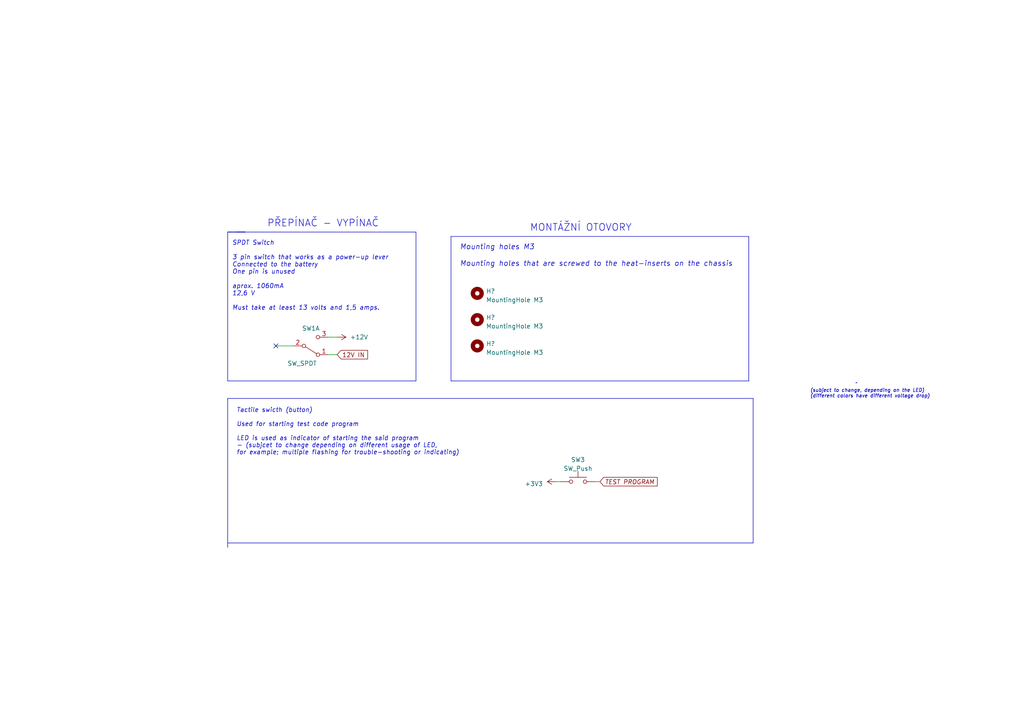
<source format=kicad_sch>
(kicad_sch (version 20230121) (generator eeschema)
  (paper "A4")
  (lib_symbols
    (symbol "Mechanical:MountingHole" (pin_names (offset 1.016))
      (property "Reference" "H" (at 0 5.08 0))
      (property "Value" "MountingHole" (at 0 3.175 0))
      (symbol "MountingHole_0_1"
        (circle (center 0 0) (radius 1.27) (stroke (width 1.27)))
      )
    )
    (symbol "Switch:SW_DPDT_x2" (pin_names (offset 0) hide)
      (property "Reference" "SW" (at 0 4.318 0))
      (property "Value" "SW_DPDT_x2" (at 0 -5.08 0))
      (symbol "SW_DPDT_x2_0_0"
        (circle (center -2.032 0) (radius 0.508))
        (circle (center 2.032 -2.54) (radius 0.508))
      )
      (symbol "SW_DPDT_x2_0_1"
        (polyline (pts (xy -1.524 0.254) (xy 1.651 2.286)))
        (circle (center 2.032 2.54) (radius 0.508))
      )
      (symbol "SW_DPDT_x2_1_1"
        (pin passive line (at 5.08 2.54 180) (length 2.54) (name "A") (number "1"))
        (pin passive line (at -5.08 0 0) (length 2.54) (name "B") (number "2"))
        (pin passive line (at 5.08 -2.54 180) (length 2.54) (name "C") (number "3"))
      )
      (symbol "SW_DPDT_x2_2_1"
        (pin passive line (at 5.08 2.54 180) (length 2.54) (name "A") (number "4"))
        (pin passive line (at -5.08 0 0) (length 2.54) (name "B") (number "5"))
        (pin passive line (at 5.08 -2.54 180) (length 2.54) (name "C") (number "6"))
      )
    )
    (symbol "Switch:SW_Push" (pin_numbers hide) (pin_names (offset 1.016) hide)
      (property "Reference" "SW" (at 1.27 2.54 0))
      (property "Value" "SW_Push" (at 0 -1.524 0))
      (symbol "SW_Push_0_1"
        (circle (center -2.032 0) (radius 0.508))
        (polyline (pts (xy 0 1.27) (xy 0 3.048)))
        (polyline (pts (xy 2.54 1.27) (xy -2.54 1.27)))
        (circle (center 2.032 0) (radius 0.508))
        (pin passive line (at -5.08 0 0) (length 2.54) (name "1") (number "1"))
        (pin passive line (at 5.08 0 180) (length 2.54) (name "2") (number "2"))
      )
    )
    (symbol "power:+12V" (power) (pin_names (offset 0))
      (property "Value" "+12V" (at 0 3.556 0))
      (symbol "+12V_0_1"
        (polyline (pts (xy -0.762 1.27) (xy 0 2.54)))
        (polyline (pts (xy 0 0) (xy 0 2.54)))
        (polyline (pts (xy 0 2.54) (xy 0.762 1.27)))
      )
      (symbol "+12V_1_1"
        (pin power_in line (at 0 0 90) (length 0) hide (name "+12V") (number "1"))
      )
    )
    (symbol "power:+3V3" (power) (pin_names (offset 0))
      (property "Value" "+3V3" (at 0 3.556 0))
      (symbol "+3V3_0_1"
        (polyline (pts (xy -0.762 1.27) (xy 0 2.54)))
        (polyline (pts (xy 0 0) (xy 0 2.54)))
        (polyline (pts (xy 0 2.54) (xy 0.762 1.27)))
      )
      (symbol "+3V3_1_1"
        (pin power_in line (at 0 0 90) (length 0) hide (name "+3V3") (number "1"))
      )
    )
  )
  (no_connect (at 80.01 100.33))
  (wire (pts (xy 80.01 100.33) (xy 85.09 100.33)))
  (polyline (pts (xy 66.04 115.57) (xy 218.44 115.57)))
  (polyline (pts (xy 120.65 110.49) (xy 66.04 110.49)))
  (polyline (pts (xy 217.17 68.58) (xy 217.17 110.49)))
  (polyline (pts (xy 66.04 110.49) (xy 66.04 67.31)))
  (polyline (pts (xy 130.81 110.49) (xy 130.81 68.58)))
  (wire (pts (xy 161.29 139.7) (xy 162.56 139.7)))
  (polyline (pts (xy 71.12 67.31) (xy 66.04 67.31)))
  (polyline (pts (xy 66.04 67.31) (xy 71.12 67.31)))
  (polyline (pts (xy 130.81 68.58) (xy 217.17 68.58)))
  (wire (pts (xy 172.72 139.7) (xy 173.99 139.7)))
  (wire (pts (xy 95.25 102.87) (xy 97.79 102.87)))
  (polyline (pts (xy 120.65 67.31) (xy 120.65 110.49)))
  (polyline (pts (xy 218.44 115.57) (xy 218.44 157.48)))
  (polyline (pts (xy 66.04 157.48) (xy 218.44 157.48)))
  (polyline (pts (xy 130.81 110.49) (xy 217.17 110.49)))
  (polyline (pts (xy 68.58 67.31) (xy 120.65 67.31)))
  (wire (pts (xy 97.79 97.79) (xy 95.25 97.79)))
  (polyline (pts (xy 66.04 158.75) (xy 66.04 115.57)))
  (text "MONTÁŽNÍ OTOVORY" (at 153.67 67.31 0) (effects (font (size 2 2)) (justify left bottom)))
  (text "SPDT Switch\n\n3 pin switch that works as a power-up lever \nConnected to the battery \nOne pin is unused\n\naprox. 1060mA\n12,6 V\n\nMust take at least 13 volts and 1,5 amps." (at 67.31 90.17 0) (effects (font (size 1.3 1.3) italic) (justify left bottom)))
  (text "Mounting holes M3 \n\nMounting holes that are screwed to the heat-inserts on the chassis\n" (at 133.35 77.47 0) (effects (font (size 1.5 1.5) italic) (justify left bottom)))
  (text "PŘEPÍNAČ - VYPÍNAČ" (at 77.47 66.04 0) (effects (font (size 2 2)) (justify left bottom)))
  (text "Tactile swicth (button)\n\nUsed for starting test code program\n\nLED is used as indicator of starting the said program \n- (subjcet to change depending on different usage of LED, \nfor example; multiple flashing for trouble-shooting or indicating)" (at 68.58 132.08 0) (effects (font (size 1.27 1.27) italic) (justify left bottom)))
  (text "                 ^\n(subject to change, depending on the LED)\n(different colors have different voltage drop)" (at 234.95 115.57 0) (effects (font (size 1 1) italic) (justify left bottom)))
  (global_label "TEST PROGRAM" (shape input) (at 173.99 139.7 0) (effects (font italic)) (property "Intersheetrefs" "${INTERSHEET_REFS}" (effects hide)))
  (global_label "12V IN" (shape input) (at 97.79 102.87 0) (property "Intersheetrefs" "${INTERSHEET_REFS}" (effects hide)))
  (symbol (lib_id "Mechanical:MountingHole") (at 138.43 92.71 0) (unit 1)
    (property "Reference" "H?" (at 140.97 92.075 0) (effects (justify left)))
    (property "Value" "MountingHole M3" (at 140.97 94.615 0) (effects (justify left)))
    (property "Footprint" "MountingHole:MountingHole_3.2mm_M3" (effects hide))
    (instances (project "sumec" (path "" (reference "H?") (unit 1)) (path "" (reference "H2") (unit 1))))
  )
  (symbol (lib_id "Switch:SW_Push") (at 167.64 139.7 0) (unit 1)
    (property "Reference" "SW3" (at 167.64 133.35 0))
    (property "Value" "SW_Push" (at 167.64 135.89 0))
    (property "Footprint" "Button_Switch_THT:SW_PUSH_6mm" (effects hide))
  )
  (symbol (lib_id "Mechanical:MountingHole") (at 138.43 100.33 0) (unit 1)
    (property "Reference" "H?" (at 140.97 99.695 0) (effects (justify left)))
    (property "Value" "MountingHole M3" (at 140.97 102.235 0) (effects (justify left)))
    (property "Footprint" "MountingHole:MountingHole_3.2mm_M3" (effects hide))
    (instances (project "sumec" (path "" (reference "H?") (unit 1)) (path "" (reference "H3") (unit 1))))
  )
  (symbol (lib_id "power:+3V3") (at 161.29 139.7 90) (unit 1)
    (property "Reference" "#PWR02" (effects hide))
    (property "Value" "+3V3" (at 157.48 140.335 90) (effects (justify left)))
  )
  (symbol (lib_id "Mechanical:MountingHole") (at 138.43 85.09 0) (unit 1)
    (property "Reference" "H?" (at 140.97 84.455 0) (effects (justify left)))
    (property "Value" "MountingHole M3" (at 140.97 86.995 0) (effects (justify left)))
    (property "Footprint" "MountingHole:MountingHole_3.2mm_M3" (effects hide))
    (instances (project "sumec" (path "" (reference "H?") (unit 1)) (path "" (reference "H1") (unit 1))))
  )
  (symbol (lib_id "power:+12V") (at 97.79 97.79 270) (mirror x) (unit 1)
    (property "Reference" "#PWR?" (effects hide))
    (property "Value" "+12V" (at 104.14 97.79 90))
    (property "Footprint" "Battery:BatteryHolder_Bulgin_BX0036_1xC" (effects hide))
    (instances (project "sumec" (path "" (reference "#PWR?") (unit 1)) (path "" (reference "#PWR01") (unit 1))))
  )
  (symbol (lib_id "Switch:SW_DPDT_x2") (at 90.17 100.33 0) (mirror x) (unit 1)
    (property "Reference" "SW1" (at 90.17 95.25 0))
    (property "Value" "SW_SPDT" (at 87.63 105.41 0))
    (property "Footprint" "Connector_JST:JST_EH_B3B-EH-A_1x03_P2.50mm_Vertical" (effects hide))
    (instances (project "sumec" (path "" (reference "SW1") (unit 1)) (path "" (reference "SW?") (unit 1))))
  )
)
</source>
